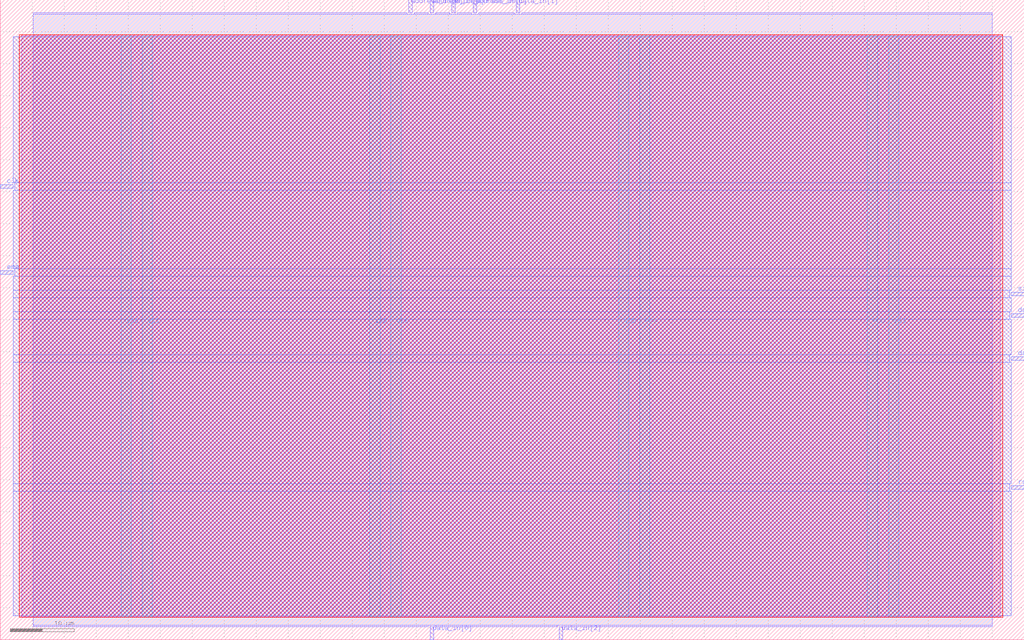
<source format=lef>
VERSION 5.7 ;
  NOWIREEXTENSIONATPIN ON ;
  DIVIDERCHAR "/" ;
  BUSBITCHARS "[]" ;
MACRO tiny_tonegen
  CLASS BLOCK ;
  FOREIGN tiny_tonegen ;
  ORIGIN 0.000 0.000 ;
  SIZE 160.000 BY 100.000 ;
  PIN VDD
    DIRECTION INOUT ;
    USE POWER ;
    PORT
      LAYER Metal4 ;
        RECT 18.880 3.620 20.480 94.380 ;
    END
    PORT
      LAYER Metal4 ;
        RECT 57.750 3.620 59.350 94.380 ;
    END
    PORT
      LAYER Metal4 ;
        RECT 96.620 3.620 98.220 94.380 ;
    END
    PORT
      LAYER Metal4 ;
        RECT 135.490 3.620 137.090 94.380 ;
    END
  END VDD
  PIN VSS
    DIRECTION INOUT ;
    USE GROUND ;
    PORT
      LAYER Metal4 ;
        RECT 22.180 3.620 23.780 94.380 ;
    END
    PORT
      LAYER Metal4 ;
        RECT 61.050 3.620 62.650 94.380 ;
    END
    PORT
      LAYER Metal4 ;
        RECT 99.920 3.620 101.520 94.380 ;
    END
    PORT
      LAYER Metal4 ;
        RECT 138.790 3.620 140.390 94.380 ;
    END
  END VSS
  PIN address_in[0]
    DIRECTION INPUT ;
    USE SIGNAL ;
    ANTENNAGATEAREA 0.741000 ;
    PORT
      LAYER Metal2 ;
        RECT 67.200 98.000 67.760 100.000 ;
    END
  END address_in[0]
  PIN address_in[1]
    DIRECTION INPUT ;
    USE SIGNAL ;
    ANTENNAGATEAREA 0.741000 ;
    PORT
      LAYER Metal2 ;
        RECT 73.920 98.000 74.480 100.000 ;
    END
  END address_in[1]
  PIN address_in[2]
    DIRECTION INPUT ;
    USE SIGNAL ;
    ANTENNAGATEAREA 0.741000 ;
    PORT
      LAYER Metal2 ;
        RECT 63.840 98.000 64.400 100.000 ;
    END
  END address_in[2]
  PIN clk
    DIRECTION INPUT ;
    USE SIGNAL ;
    ANTENNAGATEAREA 4.738000 ;
    PORT
      LAYER Metal3 ;
        RECT 0.000 70.560 2.000 71.120 ;
    END
  END clk
  PIN data_in[0]
    DIRECTION INPUT ;
    USE SIGNAL ;
    ANTENNAGATEAREA 0.741000 ;
    PORT
      LAYER Metal2 ;
        RECT 67.200 0.000 67.760 2.000 ;
    END
  END data_in[0]
  PIN data_in[1]
    DIRECTION INPUT ;
    USE SIGNAL ;
    ANTENNAGATEAREA 0.741000 ;
    PORT
      LAYER Metal2 ;
        RECT 80.640 98.000 81.200 100.000 ;
    END
  END data_in[1]
  PIN data_in[2]
    DIRECTION INPUT ;
    USE SIGNAL ;
    ANTENNAGATEAREA 0.741000 ;
    PORT
      LAYER Metal2 ;
        RECT 87.360 0.000 87.920 2.000 ;
    END
  END data_in[2]
  PIN data_in[3]
    DIRECTION INPUT ;
    USE SIGNAL ;
    ANTENNAGATEAREA 0.741000 ;
    PORT
      LAYER Metal3 ;
        RECT 158.000 50.400 160.000 50.960 ;
    END
  END data_in[3]
  PIN data_in[4]
    DIRECTION INPUT ;
    USE SIGNAL ;
    ANTENNAGATEAREA 0.741000 ;
    PORT
      LAYER Metal3 ;
        RECT 158.000 43.680 160.000 44.240 ;
    END
  END data_in[4]
  PIN ena
    DIRECTION INPUT ;
    USE SIGNAL ;
    ANTENNAGATEAREA 0.741000 ;
    PORT
      LAYER Metal3 ;
        RECT 0.000 57.120 2.000 57.680 ;
    END
  END ena
  PIN rst_n
    DIRECTION INPUT ;
    USE SIGNAL ;
    ANTENNAGATEAREA 0.741000 ;
    PORT
      LAYER Metal3 ;
        RECT 158.000 23.520 160.000 24.080 ;
    END
  END rst_n
  PIN signal_bit_out
    DIRECTION OUTPUT ;
    USE SIGNAL ;
    ANTENNAGATEAREA 2.136000 ;
    ANTENNADIFFAREA 2.111200 ;
    PORT
      LAYER Metal3 ;
        RECT 158.000 53.760 160.000 54.320 ;
    END
  END signal_bit_out
  PIN write_strobe_in
    DIRECTION INPUT ;
    USE SIGNAL ;
    ANTENNAGATEAREA 0.741000 ;
    PORT
      LAYER Metal2 ;
        RECT 70.560 98.000 71.120 100.000 ;
    END
  END write_strobe_in
  OBS
      LAYER Nwell ;
        RECT 2.930 3.490 156.670 94.510 ;
      LAYER Metal1 ;
        RECT 3.360 3.620 156.240 94.380 ;
      LAYER Metal2 ;
        RECT 5.180 97.700 63.540 98.000 ;
        RECT 64.700 97.700 66.900 98.000 ;
        RECT 68.060 97.700 70.260 98.000 ;
        RECT 71.420 97.700 73.620 98.000 ;
        RECT 74.780 97.700 80.340 98.000 ;
        RECT 81.500 97.700 154.980 98.000 ;
        RECT 5.180 2.300 154.980 97.700 ;
        RECT 5.180 2.000 66.900 2.300 ;
        RECT 68.060 2.000 87.060 2.300 ;
        RECT 88.220 2.000 154.980 2.300 ;
      LAYER Metal3 ;
        RECT 2.000 71.420 158.000 94.220 ;
        RECT 2.300 70.260 158.000 71.420 ;
        RECT 2.000 57.980 158.000 70.260 ;
        RECT 2.300 56.820 158.000 57.980 ;
        RECT 2.000 54.620 158.000 56.820 ;
        RECT 2.000 53.460 157.700 54.620 ;
        RECT 2.000 51.260 158.000 53.460 ;
        RECT 2.000 50.100 157.700 51.260 ;
        RECT 2.000 44.540 158.000 50.100 ;
        RECT 2.000 43.380 157.700 44.540 ;
        RECT 2.000 24.380 158.000 43.380 ;
        RECT 2.000 23.220 157.700 24.380 ;
        RECT 2.000 3.780 158.000 23.220 ;
  END
END tiny_tonegen
END LIBRARY


</source>
